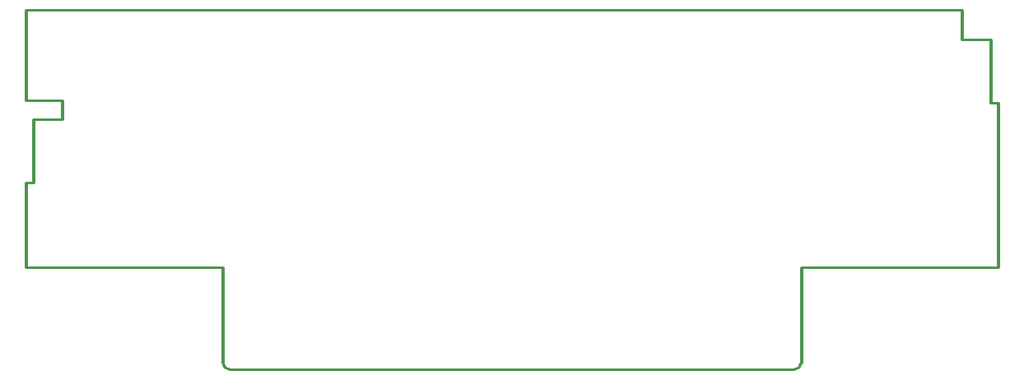
<source format=gko>
G04 Layer: BoardOutline*
G04 EasyEDA v6.3.22, 2020-04-08T11:48:21--7:00*
G04 247715d04a294634badd8a564075c606,8a10dd2cf1b84b9ab6f9dfecbfc888dd,10*
G04 Gerber Generator version 0.2*
G04 Scale: 100 percent, Rotated: No, Reflected: No *
G04 Dimensions in inches *
G04 leading zeros omitted , absolute positions ,2 integer and 4 decimal *
%FSLAX24Y24*%
%MOIN*%
G90*
G70D02*

%ADD10C,0.010000*%
G54D10*
G01X31397Y4133D02*
G01X39370Y4133D01*
G01X31397Y4133D02*
G01X31397Y295D01*
G01X31102Y0D02*
G01X8267Y0D01*
G01X7972Y295D02*
G01X7972Y4133D01*
G01X7972Y4133D02*
G01X0Y4133D01*
G01X0Y7578D01*
G01X39370Y4133D02*
G01X39370Y10826D01*
G01X0Y7578D02*
G01X295Y7578D01*
G01X295Y10137D01*
G01X1476Y10137D01*
G01X1476Y10925D01*
G01X0Y10925D01*
G01X0Y14566D01*
G01X39370Y10826D02*
G01X39074Y10826D01*
G01X39074Y13385D01*
G01X37893Y13385D01*
G01X37893Y14566D01*
G01X0Y14566D01*
G01X7995Y295D02*
G01X7995Y4133D01*
G01X23Y4133D01*
G01X23Y7578D01*
G01X318Y7578D01*
G01X318Y10137D01*
G01X1499Y10137D01*
G01X1499Y10925D01*
G01X23Y10925D01*
G01X23Y14566D01*
G01X37916Y14566D01*
G01X37916Y13385D01*
G01X39098Y13385D01*
G01X39098Y10826D01*
G01X39393Y10826D01*
G01X39393Y4133D01*
G01X31420Y4133D01*
G01X31420Y295D01*
G75*
G01X31421Y295D02*
G02X31126Y0I-295J0D01*
G01*
G01X31125Y0D02*
G01X8291Y0D01*
G75*
G01X8291Y0D02*
G02X7996Y295I0J295D01*
G01*
G75*
G01X31102Y0D02*
G03X31398Y295I0J295D01*
G01*
G75*
G01X7972Y295D02*
G03X8268Y0I296J0D01*
G01*

%LPD*%
M00*
M02*

</source>
